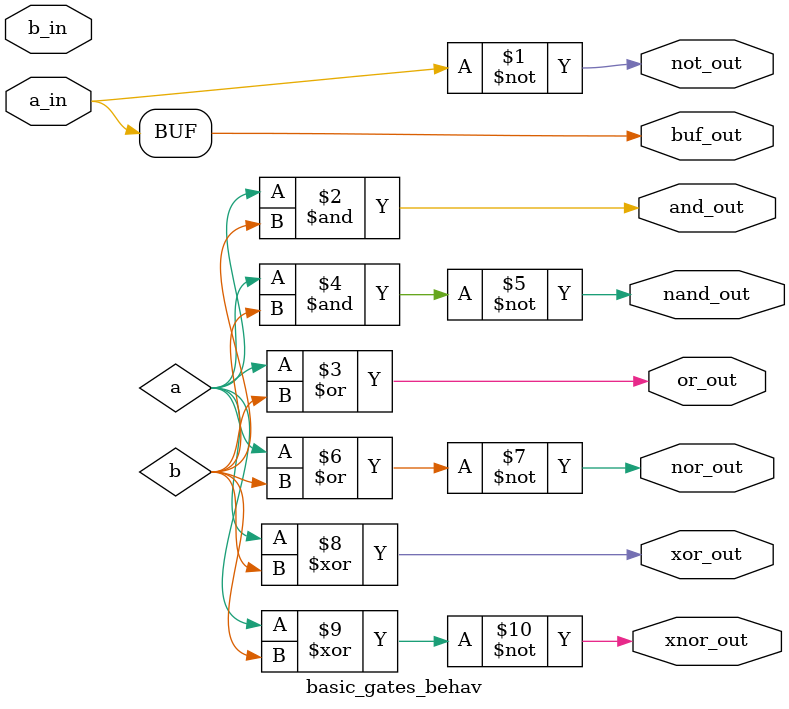
<source format=v>
module basic_gates_behav(input a_in,
                         input b_in,
                         output not_out,
                         output buf_out,
                         output and_out,
                         output or_out,
                         output nand_out,
                         output nor_out,
                         output xor_out,
                         output xnor_out);
  assign not_out = ~a_in;
  assign buf_out = a_in;
  assign and_out = a & b;
  assign or_out = a | b;
  assign nand_out = ~(a&b);
  assign nor_out = ~(a|b);
  assign xor_out = a^b;
  assign xnor_out = ~(a^b);
endmodule

</source>
